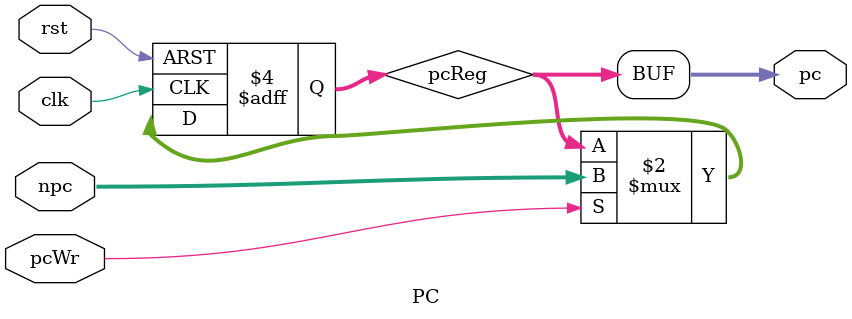
<source format=v>
module PC(
    input[31:2] npc,input pcWr,
    input clk,input rst,
    output[31:2] pc
);
    reg[31:2] pcReg;

    always @(posedge clk or posedge rst) begin
        if(rst) begin
            pcReg<={18'b0,12'hc00};
        end
        else if(pcWr) begin
            pcReg<=npc;
        end
    end

    assign pc=pcReg;
endmodule
</source>
